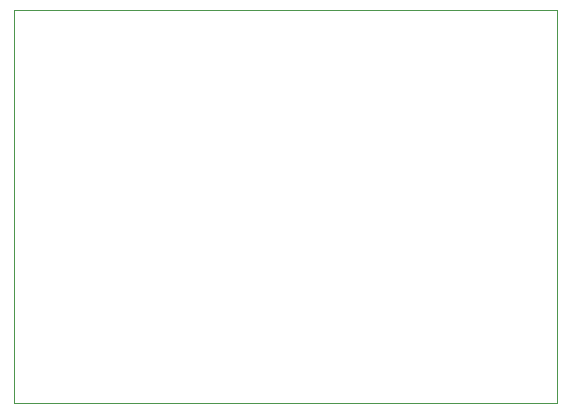
<source format=gbr>
%TF.GenerationSoftware,KiCad,Pcbnew,8.0.1*%
%TF.CreationDate,2024-04-24T16:47:31+07:00*%
%TF.ProjectId,holyiot-21043-nrf52810,686f6c79-696f-4742-9d32-313034332d6e,rev?*%
%TF.SameCoordinates,Original*%
%TF.FileFunction,Profile,NP*%
%FSLAX46Y46*%
G04 Gerber Fmt 4.6, Leading zero omitted, Abs format (unit mm)*
G04 Created by KiCad (PCBNEW 8.0.1) date 2024-04-24 16:47:31*
%MOMM*%
%LPD*%
G01*
G04 APERTURE LIST*
%TA.AperFunction,Profile*%
%ADD10C,0.050000*%
%TD*%
G04 APERTURE END LIST*
D10*
X120000000Y-98700000D02*
X166000000Y-98700000D01*
X166000000Y-132000000D01*
X120000000Y-132000000D01*
X120000000Y-98700000D01*
M02*

</source>
